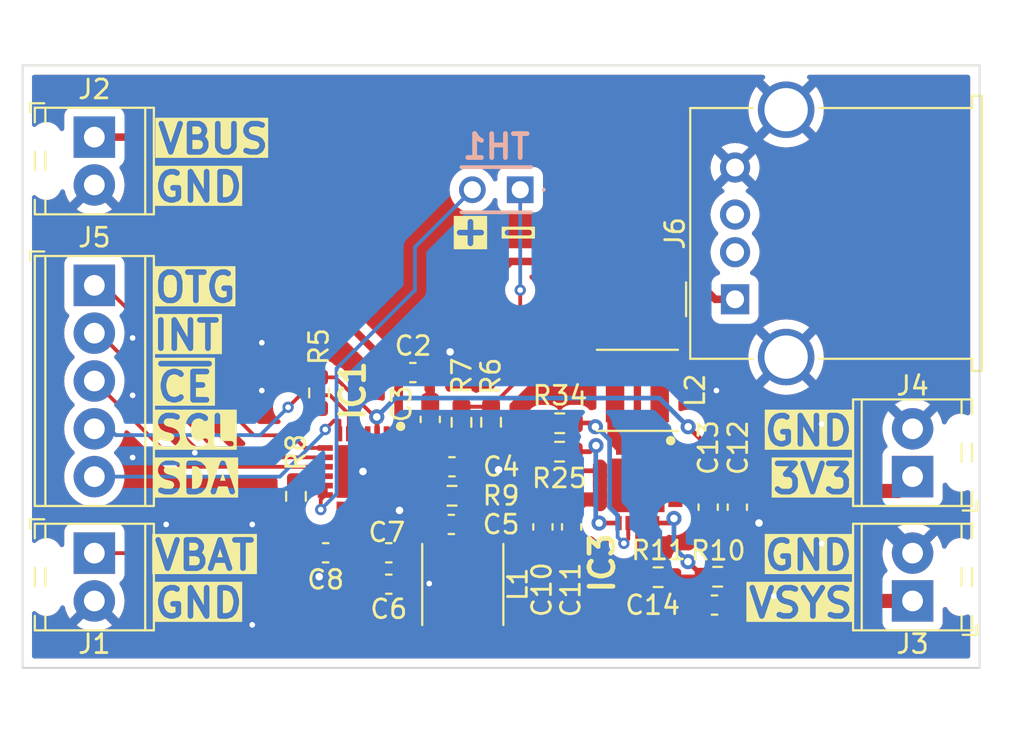
<source format=kicad_pcb>
(kicad_pcb (version 20240108) (generator "pcbnew") (generator_version "8.0")
  (layers (0 "F.Cu" signal) (31 "B.Cu" signal) (34 "B.Paste" user) (35 "F.Paste" user) (36 "B.SilkS" user "B.Silkscreen") (37 "F.SilkS" user "F.Silkscreen") (38 "B.Mask" user) (39 "F.Mask" user) (44 "Edge.Cuts" user))
  (net 0 "")
  (net 1 "GND")
  (net 2 "/V_{SYS}")
  (net 3 "+BATT")
  (net 4 "3.3V")
  (net 5 "/I2C0_SCL")
  (net 6 "/~{BMS_CE}")
  (net 7 "/TS_P")
  (net 8 "/BMS_OTG")
  (net 9 "/I2C0_SDA")
  (net 10 "/BMS_INT")
  (net 11 "/TS_N")
  (net 12 "unconnected-(IC1-PMID-Pad23)")
  (net 13 "unconnected-(IC1-REGN-Pad22)")
  (net 14 "Net-(IC1-SW_1)")
  (net 15 "unconnected-(IC3-FB-Pad15)")
  (net 16 "Net-(IC3-LX2_1)")
  (net 17 "Net-(IC3-LX1_1)")
  (net 18 "unconnected-(IC1-ILIM-Pad10)")
  (net 19 "Net-(C5-Pad1)")
  (net 20 "unconnected-(IC3-EN-Pad11)")
  (net 21 "unconnected-(IC3-MODE-Pad12)")
  (net 25 "Net-(IC1-BTST)")
  (net 28 "VBUS")
  (footprint "bms-smps-testbench:QFN50P400X400X100-21N_ISL91127IRNZ-T7A" (layer "F.Cu") (at 132.9814 92.9203 -90)
    (property "Reference" "IC3")
    (property "Value" "ISL91127IRNZ-T7A" (hide yes))
  )
  (footprint "TerminalBlock_Phoenix:TerminalBlock_Phoenix_MPT-0,5-2-2.54_1x02_P2.54mm_Horizontal" (layer "F.Cu") (at 104.14 74.422 -90)
    (property "Reference" "J2")
    (property "Value" "Screw_Terminal_01x02")
  )
  (footprint "TerminalBlock_Phoenix:TerminalBlock_Phoenix_MPT-0,5-2-2.54_1x02_P2.54mm_Horizontal" (layer "F.Cu") (at 147.574 92.456 90)
    (property "Reference" "J4")
    (property "Value" "Screw_Terminal_01x02")
  )
  (footprint "Capacitor_SMD:C_0603_1608Metric_Pad1.08x0.95mm_HandSolder" (layer "F.Cu") (at 121.9702 89.4174 90)
    (property "Reference" "C3")
    (property "Value" "1u")
  )
  (footprint "Resistor_SMD:R_0603_1608Metric" (layer "F.Cu") (at 123.6288 89.5716 90)
    (property "Reference" "R7")
    (property "Value" "2.27k")
  )
  (footprint "Capacitor_SMD:C_0603_1608Metric_Pad1.08x0.95mm_HandSolder" (layer "F.Cu") (at 137.0608 99.2779 180)
    (property "Reference" "C14")
    (property "Value" "56p")
  )
  (footprint "bms-smps-testbench:QFN50P400X400X100-25N-D_BQ24193RGER" (layer "F.Cu") (at 118.3984 92.183 -90)
    (property "Reference" "IC1")
    (property "Value" "BQ24193RGER" (hide yes))
  )
  (footprint "Resistor_SMD:R_0603_1608Metric" (layer "F.Cu") (at 114.8424 93.5038 -90)
    (property "Reference" "R8")
    (property "Value" "265R")
  )
  (footprint "Resistor_SMD:R_0603_1608Metric" (layer "F.Cu") (at 137.2277 97.7743 180)
    (property "Reference" "R10")
    (property "Value" "1M")
  )
  (footprint "Capacitor_SMD:C_0603_1608Metric_Pad1.08x0.95mm_HandSolder" (layer "F.Cu") (at 119.77 96.501 180)
    (property "Reference" "C7")
    (property "Value" "10u")
  )
  (footprint "Capacitor_SMD:C_0603_1608Metric_Pad1.08x0.95mm_HandSolder" (layer "F.Cu") (at 138.2708 94.0805 -90)
    (property "Reference" "C12")
    (property "Value" "22u")
  )
  (footprint "Resistor_SMD:R_0603_1608Metric" (layer "F.Cu") (at 123.127 93.472)
    (property "Reference" "R9")
    (property "Value" "0R")
  )
  (footprint "Capacitor_SMD:C_0603_1608Metric_Pad1.08x0.95mm_HandSolder" (layer "F.Cu") (at 116.4183 96.501 180)
    (property "Reference" "C8")
    (property "Value" "10u")
  )
  (footprint "Resistor_SMD:R_0603_1608Metric" (layer "F.Cu") (at 134.0676 97.798 180)
    (property "Reference" "R11")
    (property "Value" "2.2M")
  )
  (footprint "Resistor_SMD:R_0603_1608Metric" (layer "F.Cu") (at 116.0688 88.0076 -90)
    (property "Reference" "R5")
    (property "Value" "10k")
  )
  (footprint "TerminalBlock_Phoenix:TerminalBlock_Phoenix_MPT-0,5-5-2.54_1x05_P2.54mm_Horizontal" (layer "F.Cu") (at 104.14 82.296 -90)
    (property "Reference" "J5")
    (property "Value" "Screw_Terminal_01x05")
  )
  (footprint "Capacitor_SMD:C_0603_1608Metric_Pad1.08x0.95mm_HandSolder" (layer "F.Cu") (at 123.122 91.933 180)
    (property "Reference" "C4")
    (property "Value" "1uF")
  )
  (footprint "Inductor_SMD:L_Coilcraft_XxL4020" (layer "F.Cu") (at 132.9654 87.8723)
    (property "Reference" "L2")
    (property "Value" "1u")
  )
  (footprint "Resistor_SMD:R_0603_1608Metric" (layer "F.Cu") (at 128.8356 91.131)
    (property "Reference" "R25")
    (property "Value" "10k")
  )
  (footprint "Capacitor_SMD:C_0603_1608Metric_Pad1.08x0.95mm_HandSolder" (layer "F.Cu") (at 129.4746 95.1265 90)
    (property "Reference" "C11")
    (property "Value" "10u")
  )
  (footprint "Resistor_SMD:R_0603_1608Metric" (layer "F.Cu") (at 125.1998 89.5643 -90)
    (property "Reference" "R6")
    (property "Value" "6.86k")
  )
  (footprint "TerminalBlock_Phoenix:TerminalBlock_Phoenix_MPT-0,5-2-2.54_1x02_P2.54mm_Horizontal" (layer "F.Cu") (at 147.574 99.06 90)
    (property "Reference" "J3")
    (property "Value" "Screw_Terminal_01x02")
  )
  (footprint "Capacitor_SMD:C_0603_1608Metric_Pad1.08x0.95mm_HandSolder" (layer "F.Cu") (at 121.0478 86.9284)
    (property "Reference" "C2")
    (property "Value" "1u")
  )
  (footprint "TerminalBlock_Phoenix:TerminalBlock_Phoenix_MPT-0,5-2-2.54_1x02_P2.54mm_Horizontal" (layer "F.Cu") (at 104.14 96.52 -90)
    (property "Reference" "J1")
    (property "Value" "Screw_Terminal_01x02")
  )
  (footprint "Connector_USB:USB_A_Molex_67643_Horizontal" (layer "F.Cu") (at 138.15 83.036 90)
    (property "Reference" "J6")
    (property "Value" "USB_A")
  )
  (footprint "Capacitor_SMD:C_0603_1608Metric_Pad1.08x0.95mm_HandSolder" (layer "F.Cu") (at 136.723 94.0785 -90)
    (property "Reference" "C13")
    (property "Value" "22u" (hide yes))
  )
  (footprint "Inductor_SMD:L_Coilcraft_XxL4020" (layer "F.Cu") (at 123.698 98.1854 -90)
    (property "Reference" "L1")
    (property "Value" "2.2u")
  )
  (footprint "Capacitor_SMD:C_0603_1608Metric_Pad1.08x0.95mm_HandSolder" (layer "F.Cu") (at 123.0895 94.996 180)
    (property "Reference" "C5")
    (property "Value" "47n")
  )
  (footprint "Resistor_SMD:R_0603_1608Metric" (layer "F.Cu") (at 128.8438 89.6223 180)
    (property "Reference" "R34")
    (property "Value" "10k")
  )
  (footprint "Capacitor_SMD:C_0603_1608Metric_Pad1.08x0.95mm_HandSolder" (layer "F.Cu") (at 119.77 98.1686 180)
    (property "Reference" "C6")
    (property "Value" "10u")
  )
  (footprint "Capacitor_SMD:C_0603_1608Metric_Pad1.08x0.95mm_HandSolder" (layer "F.Cu") (at 127.9506 95.1265 90)
    (property "Reference" "C10")
    (property "Value" "10u")
  )
  (footprint "bms-smps-testbench:103AT2" (layer "B.Cu") (at 126.746 77.216 -90)
    (property "Reference" "TH1")
    (property "Value" "103AT-2" (hide yes))
  )
  (gr_line (start 151.13 70.612) (end 100.33 70.612) (stroke (width 0.1)) (layer "Edge.Cuts"))
  (gr_line (start 100.33 102.616) (end 100.33 70.612) (stroke (width 0.1)) (layer "Edge.Cuts"))
  (gr_line (start 151.13 102.616) (end 151.13 70.612) (stroke (width 0.1)) (layer "Edge.Cuts"))
  (gr_line (start 151.13 102.616) (end 100.33 102.616) (stroke (width 0.1)) (layer "Edge.Cuts"))
  (gr_text "INT" (at 107.114373 85.832 0) (layer "F.SilkS" knockout) (effects (font (size 1.5 1.5) (thickness 0.3) (bold yes)) (justify left bottom)))
  (gr_text "3V3" (at 139.994691 93.452 0) (layer "F.SilkS" knockout) (effects (font (size 1.5 1.5) (thickness 0.3) (bold yes)) (justify left bottom)))
  (gr_text "GND" (at 139.5599 90.912 0) (layer "F.SilkS" knockout) (effects (font (size 1.5 1.5) (thickness 0.3) (bold yes)) (justify left bottom)))
  (gr_text "VBAT" (at 107.188 97.516 0) (layer "F.SilkS" knockout) (effects (font (size 1.5 1.5) (thickness 0.3) (bold yes)) (justify left bottom)))
  (gr_text "GND" (at 107.188 100.056 0) (layer "F.SilkS" knockout) (effects (font (size 1.5 1.5) (thickness 0.3) (bold yes)) (justify left bottom)))
  (gr_text "~{CE}" (at 107.32573 88.572 0) (layer "F.SilkS" knockout) (effects (font (size 1.5 1.5) (thickness 0.3) (bold yes)) (justify left bottom)))
  (gr_text "-" (at 125.517429 80.264 0) (layer "F.SilkS" knockout) (effects (font (size 1.5 1.5) (thickness 0.3) (bold yes)) (justify left bottom)))
  (gr_text "VBUS" (at 107.352904 75.406598 0) (layer "F.SilkS" knockout) (effects (font (size 1.5 1.5) (thickness 0.3) (bold yes)) (justify left bottom)))
  (gr_text "OTG" (at 107.188 83.292 0) (layer "F.SilkS" knockout) (effects (font (size 1.5 1.5) (thickness 0.3) (bold yes)) (justify left bottom)))
  (gr_text "SDA" (at 107.189858 93.452 0) (layer "F.SilkS" knockout) (effects (font (size 1.5 1.5) (thickness 0.3) (bold yes)) (justify left bottom)))
  (gr_text "+" (at 122.977429 80.264 0) (layer "F.SilkS" knockout) (effects (font (size 1.5 1.5) (thickness 0.3) (bold yes)) (justify left bottom)))
  (gr_text "GND" (at 139.5599 97.516 0) (layer "F.SilkS" knockout) (effects (font (size 1.5 1.5) (thickness 0.3) (bold yes)) (justify left bottom)))
  (gr_text "VSYS" (at 138.726549 100.056 0) (layer "F.SilkS" knockout) (effects (font (size 1.5 1.5) (thickness 0.3) (bold yes)) (justify left bottom)))
  (gr_text "SCL" (at 107.189858 90.912 0) (layer "F.SilkS" knockout) (effects (font (size 1.5 1.5) (thickness 0.3) (bold yes)) (justify left bottom)))
  (gr_text "GND\n" (at 107.188 77.958 0) (layer "F.SilkS" knockout) (effects (font (size 1.5 1.5) (thickness 0.3) (bold yes)) (justify left bottom)))
  (segment (start 114.842 94.3288) (end 114.842 95.7876) (width 0.25) (layer "F.Cu") (net 1))
  (segment (start 121.92 87.2172) (end 121.92 88.738) (width 0.25) (layer "F.Cu") (net 1))
  (segment (start 135.245 96.0003) (end 133.227 96.0003) (width 0.75) (layer "F.Cu") (net 1))
  (segment (start 125.599 92.0938) (end 125.599 90.789) (width 0.25) (layer "F.Cu") (net 1))
  (segment (start 133.227 94.1066) (end 133.227 96.0003) (width 0.75) (layer "F.Cu") (net 1))
  (segment (start 133.2426 97.798) (end 132.224 97.798) (width 0.75) (layer "F.Cu") (net 1))
  (segment (start 130.415 95.989) (end 129.475 95.989) (width 0.75) (layer "F.Cu") (net 1))
  (segment (start 133.227 97.8264) (end 133.289 97.8882) (width 0.75) (layer "F.Cu") (net 1))
  (segment (start 125.599 92.0938) (end 123.984 92.0938) (width 0.25) (layer "F.Cu") (net 1))
  (segment (start 139.421 94.9203) (end 136.744 94.9203) (width 0.75) (layer "F.Cu") (net 1))
  (segment (start 132.224 97.798) (end 130.415 95.989) (width 0.75) (layer "F.Cu") (net 1))
  (segment (start 123.025 85.8301) (end 121.954 86.9008) (width 0.25) (layer "F.Cu") (net 1))
  (segment (start 120.632 98.1686) (end 120.6325 98.1686) (width 0.75) (layer "F.Cu") (net 1))
  (segment (start 120.338 94.2496) (end 119.373 94.2496) (width 0.75) (layer "F.Cu") (net 1))
  (segment (start 120.6325 98.1686) (end 122.048 98.1686) (width 0.75) (layer "F.Cu") (net 1))
  (segment (start 119.373 94.408) (end 119.4 94.4348) (width 0.75) (layer "F.Cu") (net 1))
  (segment (start 133.227 96.0003) (end 133.227 97.8264) (width 0.75) (layer "F.Cu") (net 1))
  (segment (start 135.667 95.9973) (end 135.248 95.9973) (width 0.75) (layer "F.Cu") (net 1))
  (segment (start 125.599 90.789) (end 125.2 90.3894) (width 0.25) (layer "F.Cu") (net 1))
  (segment (start 119.373 94.2496) (end 119.373 94.408) (width 0.75) (layer "F.Cu") (net 1))
  (segment (start 114.842 95.7876) (end 115.556 96.501) (width 0.25) (layer "F.Cu") (net 1))
  (segment (start 116.075 97.7708) (end 116.075 97.0206) (width 0.75) (layer "F.Cu") (net 1))
  (segment (start 133.243 97.798) (end 133.2426 97.798) (width 0.75) (layer "F.Cu") (net 1))
  (segment (start 119.4 95.2687) (end 120.632 96.501) (width 0.75) (layer "F.Cu") (net 1))
  (segment (start 136.744 94.9203) (end 135.667 95.9973) (width 0.75) (layer "F.Cu") (net 1))
  (segment (start 135.248 95.9973) (end 135.245 96.0003) (width 0.75) (layer "F.Cu") (net 1))
  (segment (start 119.4 94.4348) (end 119.4 95.2687) (width 0.75) (layer "F.Cu") (net 1))
  (segment (start 120.632 96.501) (end 120.632 98.1686) (width 0.75) (layer "F.Cu") (net 1))
  (segment (start 136.723 94.941) (end 138.269 94.941) (width 0.75) (layer "F.Cu") (net 1))
  (segment (start 116.075 97.0206) (end 115.556 96.501) (width 0.75) (layer "F.Cu") (net 1))
  (segment (start 132.981 94.9203) (end 132.981 90.9203) (width 0.3) (layer "F.Cu") (net 1))
  (segment (start 122.048 98.1686) (end 122.072 98.1454) (width 0.75) (layer "F.Cu") (net 1))
  (via (at 142.748 89.662) (size 0.6) (drill 0.3) (layers "F.Cu" "B.Cu") (net 1))
  (via (at 113.03 85.344) (size 0.6) (drill 0.3) (layers "F.Cu" "B.Cu") (net 1))
  (via (at 106.172 91.44) (size 0.6) (drill 0.3) (layers "F.Cu" "B.Cu") (net 1))
  (via (at 139.421 94.9203) (size 0.8) (drill 0.4) (layers "F.Cu" "B.Cu") (net 1))
  (via (at 118.398 92.1828) (size 0.8) (drill 0.4) (layers "F.Cu" "B.Cu") (net 1))
  (via (at 125.599 92.0938) (size 0.8) (drill 0.4) (layers "F.Cu" "B.Cu") (net 1))
  (via (at 109.474 91.186) (size 0.6) (drill 0.3) (layers "F.Cu" "B.Cu") (net 1))
  (via (at 106.172 85.09) (size 0.6) (drill 0.3) (layers "F.Cu" "B.Cu") (net 1))
  (via (at 113.03 87.884) (size 0.6) (drill 0.3) (layers "F.Cu" "B.Cu") (net 1))
  (via (at 142.748 96.012) (size 0.6) (drill 0.3) (layers "F.Cu" "B.Cu") (net 1))
  (via (at 116.075 97.7708) (size 0.8) (drill 0.4) (layers "F.Cu" "B.Cu") (net 1))
  (via (at 137.16 87.884) (size 0.6) (drill 0.3) (layers "F.Cu" "B.Cu") (net 1))
  (via (at 112.522 94.996) (size 0.6) (drill 0.3) (layers "F.Cu" "B.Cu") (net 1))
  (via (at 140.208 98.806) (size 0.6) (drill 0.3) (layers "F.Cu" "B.Cu") (net 1))
  (via (at 107.95 94.996) (size 0.6) (drill 0.3) (layers "F.Cu" "B.Cu") (net 1))
  (via (at 106.172 88.138) (size 0.6) (drill 0.3) (layers "F.Cu" "B.Cu") (net 1))
  (via (at 120.338 94.2496) (size 0.8) (drill 0.4) (layers "F.Cu" "B.Cu") (net 1))
  (via (at 112.522 100.33) (size 0.6) (drill 0.3) (layers "F.Cu" "B.Cu") (net 1))
  (via (at 123.025 85.8301) (size 0.8) (drill 0.4) (layers "F.Cu" "B.Cu") (net 1))
  (via (at 121.917 98.1366) (size 0.6) (drill 0.3) (layers "F.Cu" "B.Cu") (net 1))
  (segment (start 116.075 97.7708) (end 121.697 97.7708) (width 0.75) (layer "B.Cu") (net 1))
  (segment (start 145.9743 94.9203) (end 147.574 96.52) (width 0.85) (layer "B.Cu") (net 1))
  (segment (start 121.697 97.7708) (end 122.072 98.1454) (width 0.75) (layer "B.Cu") (net 1))
  (segment (start 139.421 94.9203) (end 145.9743 94.9203) (width 0.85) (layer "B.Cu") (net 1))
  (segment (start 130.8685 92.0329) (end 130.981 91.9203) (width 0.25) (layer "F.Cu") (net 2))
  (segment (start 123.906 99.3704) (end 123.906 99.3706) (width 0.2) (layer "F.Cu") (net 2))
  (segment (start 118.828 97.269) (end 118.907 97.269) (width 0.2) (layer "F.Cu") (net 2))
  (segment (start 130.981 92.4201) (end 130.981 92.4199) (width 0.2) (layer "F.Cu") (net 2))
  (segment (start 130.981 92.9199) (end 130.981 92.8892) (width 0.75) (layer "F.Cu") (net 2))
  (segment (start 125.374 100.838) (end 142.494 100.838) (width 0.75) (layer "F.Cu") (net 2))
  (segment (start 127.993 94.264) (end 127.951 94.264) (width 0.2) (layer "F.Cu") (net 2))
  (segment (start 130.981 92.7955) (end 130.981 92.7959) (width 0.2) (layer "F.Cu") (net 2))
  (segment (start 130.981 92.358) (end 130.981 92.2957) (width 0.75) (layer "F.Cu") (net 2))
  (segment (start 130.981 93.9047) (end 130.981 93.8892) (width 0.75) (layer "F.Cu") (net 2))
  (segment (start 128.011 90.6413) (end 128.011 90.1079) (width 0.25) (layer "F.Cu") (net 2))
  (segment (start 118.908 96.501) (end 118.9075 96.501) (width 0.2) (layer "F.Cu") (net 2))
  (segment (start 130.9814 93.1707) (end 130.9814 93.4203) (width 0.2) (layer "F.Cu") (net 2))
  (segment (start 129.025 92.1455) (end 130.756 92.1455) (width 0.25) (layer "F.Cu") (net 2))
  (segment (start 130.981 93.4822) (end 130.981 93.4512) (width 0.75) (layer "F.Cu") (net 2))
  (segment (start 118.4 94.1606) (end 118.4 94.183) (width 0.75) (layer "F.Cu") (net 2))
  (segment (start 118.9075 98.1686) (end 118.908 98.1686) (width 0.2) (layer "F.Cu") (net 2))
  (segment (start 118.1484 94.183) (end 118.148 94.183) (width 0.2) (layer "F.Cu") (net 2))
  (segment (start 130.981 93.7959) (end 130.981 93.7955) (width 0.75) (layer "F.Cu") (net 2))
  (segment (start 128.0188 89.861) (end 128.0188 89.6223) (width 0.2) (layer "F.Cu") (net 2))
  (segment (start 144.272 99.06) (end 147.574 99.06) (width 0.75) (layer "F.Cu") (net 2))
  (segment (start 118.4 94.183) (end 118.1484 94.183) (width 0.2) (layer "F.Cu") (net 2))
  (segment (start 130.981 93.1703) (end 130.981 93.0453) (width 0.75) (layer "F.Cu") (net 2))
  (segment (start 130.981 92.2953) (end 130.981 92.2957) (width 0.2) (layer "F.Cu") (net 2))
  (segment (start 126.654 97.8285) (end 126.654 95.5603) (width 0.75) (layer "F.Cu") (net 2))
  (segment (start 130.732 93.6695) (end 130.981 93.4203) (width 0.2) (layer "F.Cu") (net 2))
  (segment (start 128.019 89.8612) (end 128.019 89.6223) (width 0.2) (layer "F.Cu") (net 2))
  (segment (start 130.981 92.7959) (end 130.981 92.7955) (width 0.75) (layer "F.Cu") (net 2))
  (segment (start 130.981 93.6703) (end 130.981 93.5453) (width 0.75) (layer "F.Cu") (net 2))
  (segment (start 130.981 92.0138) (end 130.981 92.0134) (width 0.2) (layer "F.Cu") (net 2))
  (segment (start 130.8685 92.0329) (end 130.8688 92.0329) (width 0.2) (layer "F.Cu") (net 2))
  (segment (start 130.981 93.7955) (end 130.981 93.6707) (width 0.75) (layer "F.Cu") (net 2))
  (segment (start 130.981 92.2957) (end 130.981 92.358) (width 0.2) (layer "F.Cu") (net 2))
  (segment (start 124.509 99.9733) (end 125.374 100.838) (width 0.75) (layer "F.Cu") (net 2))
  (segment (start 118.907 97.9757) (end 118.907 97.7828) (width 0.25) (layer "F.Cu") (net 2))
  (segment (start 124.509 99.9733) (end 125.112 99.3704) (width 0.2) (layer "F.Cu") (net 2))
  (segment (start 130.981 92.3584) (end 130.981 92.3893) (width 0.2) (layer "F.Cu") (net 2))
  (segment (start 118.4 94.183) (end 118.4 95.9935) (width 0.75) (layer "F.Cu") (net 2))
  (segment (start 130.981 93.4826) (end 130.981 93.4822) (width 0.75) (layer "F.Cu") (net 2))
  (segment (start 130.981 93.1703) (end 130.9814 93.1707) (width 0.2) (layer "F.Cu") (net 2))
  (segment (start 130.981 93.0453) (end 130.981 92.9203) (width 0.75) (layer "F.Cu") (net 2))
  (segment (start 130.981 92.4201) (end 130.9812 92.4201) (width 0.2) (layer "F.Cu") (net 2))
  (segment (start 128.011 90.7715) (end 128.011 90.9009) (width 0.2) (layer "F.Cu") (net 2))
  (segment (start 130.981 93.4826) (end 130.981 93.4822) (width 0.2) (layer "F.Cu") (net 2))
  (segment (start 130.981 93.5449) (end 130.981 93.4826) (width 0.75) (layer "F.Cu") (net 2))
  (segment (start 127.951 94.264) (end 127.951 94.2642) (width 0.2) (layer "F.Cu") (net 2))
  (segment (start 118.828 98.0569) (end 120.141 99.3704) (width 0.75) (layer "F.Cu") (net 2))
  (segment (start 130.981 93.9047) (end 130.9814 93.9051) (width 0.2) (layer "F.Cu") (net 2))
  (segment (start 118.828 96.4812) (end 118.828 97.269) (width 0.75) (layer "F.Cu") (net 2))
  (segment (start 128.011 90.6413) (end 127.782 90.8703) (width 0.2) (layer "F.Cu") (net 2))
  (segment (start 129.475 94.264) (end 130.069 93.6695) (width 0.75) (layer "F.Cu") (net 2))
  (segment (start 118.907 97.7828) (end 118.907 97.9757) (width 0.75) (layer "F.Cu") (net 2))
  (segment (start 118.907 98.1681) (end 118.907 98.0721) (width 0.2) (layer "F.Cu") (net 2))
  (segment (start 130.981 93.5449) (end 130.981 93.4826) (width 0.2) (layer "F.Cu") (net 2))
  (segment (start 125.112 99.3704) (end 126.654 97.8285) (width 0.75) (layer "F.Cu") (net 2))
  (segment (start 130.981 93.4512) (end 130.981 93.4203) (width 0.75) (layer "F.Cu") (net 2))
  (segment (start 130.981 92.0134) (end 130.981 91.9668) (width 0.75) (layer "F.Cu") (net 2))
  (segment (start 130.981 92.6703) (end 130.981 92.6707) (width 0.2) (layer "F.Cu") (net 2))
  (segment (start 130.981 92.6703) (end 130.981 92.4203) (width 0.75) (layer "F.Cu") (net 2))
  (segment (start 130.981 92.1078) (end 130.981 92.1074) (width 0.75) (layer "F.Cu") (net 2))
  (segment (start 120.141 99.3704) (end 123.698 99.3704) (width 0.75) (layer "F.Cu") (net 2))
  (segment (start 128.011 90.7715) (end 128.011 90.7711) (width 0.25) (layer "F.Cu") (net 2))
  (segment (start 130.981 92.4199) (end 130.981 92.3893) (width 0.75) (layer "F.Cu") (net 2))
  (segment (start 128.011 90.9009) (end 128.011 91.131) (width 0.2) (layer "F.Cu") (net 2))
  (segment (start 128.011 91.131) (end 128.518 91.6382) (width 0.25) (layer "F.Cu") (net 2))
  (segment (start 118.907 97.9757) (end 118.907 98.0721) (width 0.75) (layer "F.Cu") (net 2))
  (segment (start 130.9814 93.9051) (end 130.9814 93.9203) (width 0.2) (layer "F.Cu") (net 2))
  (segment (start 130.981 92.0134) (end 130.981 91.9668) (width 0.2) (layer "F.Cu") (net 2))
  (segment (start 128.019 89.8612) (end 128.0188 89.861) (width 0.2) (layer "F.Cu") (net 2))
  (segment (start 130.981 93.8892) (end 130.981 93.8581) (width 0.75) (layer "F.Cu") (net 2))
  (segment (start 123.906 99.3706) (end 124.509 99.9733) (width 0.75) (layer "F.Cu") (net 2))
  (segment (start 130.981 92.1078) (end 130.981 92.1074) (width 0.2) (layer "F.Cu") (net 2))
  (segment (start 118.648 94.183) (end 118.6484 94.183) (width 0.2) (layer "F.Cu") (net 2))
  (segment (start 130.981 92.3893) (end 130.981 92.3584) (width 0.75) (layer "F.Cu") (net 2))
  (segment (start 128.518 91.6382) (end 128.5178 91.6382) (width 0.2) (layer "F.Cu") (net 2))
  (segment (start 127.951 94.2642) (end 127.951 94.264) (width 0.75) (layer "F.Cu") (net 2))
  (segment (start 118.9075 96.501) (end 118.907 96.501) (width 0.2) (layer "F.Cu") (net 2))
  (segment (start 130.981 93.5453) (end 130.981 93.5449) (width 0.2) (layer "F.Cu") (net 2))
  (segment (start 130.981 93.9203) (end 130.981 93.9047) (width 0.75) (layer "F.Cu") (net 2))
  (segment (start 130.981 93.8581) (end 130.981 93.8892) (width 0.2) (layer "F.Cu") (net 2))
  (segment (start 126.654 95.5603) (end 127.951 94.2642) (width 0.75) (layer "F.Cu") (net 2))
  (segment (start 118.648 94.183) (end 118.4 94.183) (width 0.2) (layer "F.Cu") (net 2))
  (segment (start 130.981 93.7959) (end 130.981 93.8581) (width 0.2) (layer "F.Cu") (net 2))
  (segment (start 130.981 92.4203) (end 130.981 92.4201) (width 0.2) (layer "F.Cu") (net 2))
  (segment (start 130.981 93.5453) (end 130.981 93.5449) (width 0.75) (layer "F.Cu") (net 2))
  (segment (start 130.981 93.6707) (end 130.981 93.6703) (width 0.75) (layer "F.Cu") (net 2))
  (segment (start 130.9812 92.4201) (end 130.9814 92.4203) (width 0.2) (layer "F.Cu") (net 2))
  (segment (start 130.981 92.358) (end 130.981 92.3584) (width 0.2) (layer "F.Cu") (net 2))
  (segment (start 128.5178 91.6382) (end 128.0106 91.131) (width 0.2) (layer "F.Cu") (net 2))
  (segment (start 130.981 93.7955) (end 130.981 93.7959) (width 0.2) (layer "F.Cu") (net 2))
  (segment (start 118.908 98.1686) (end 118.907 98.1681) (width 0.2) (layer "F.Cu") (net 2))
  (segment (start 130.981 92.1074) (end 130.981 92.0138) (width 0.75) (layer "F.Cu") (net 2))
  (segment (start 130.981 93.0453) (end 130.9814 93.0449) (width 0.2) (layer "F.Cu") (net 2))
  (segment (start 130.8688 92.0329) (end 130.9814 91.9203) (width 0.2) (layer "F.Cu") (net 2))
  (segment (start 130.981 92.1074) (end 130.981 92.0138) (width 0.2) (layer "F.Cu") (net 2))
  (segment (start 130.981 92.7955) (end 130.981 92.6707) (width 0.75) (layer "F.Cu") (net 2))
  (segment (start 130.981 93.6707) (end 130.981 93.7955) (width 0.2) (layer "F.Cu") (net 2))
  (segment (start 130.981 92.3584) (end 130.981 92.358) (width 0.75) (layer "F.Cu") (net 2))
  (segment (start 130.981 92.4201) (end 130.981 92.4199) (width 0.75) (layer "F.Cu") (net 2))
  (segment (start 130.981 92.2957) (end 130.981 92.2953) (width 0.75) (layer "F.Cu") (net 2))
  (segment (start 128.011 90.9009) (end 128.011 90.7715) (width 0.25) (layer "F.Cu") (net 2))
  (segment (start 142.494 100.838) (end 144.272 99.06) (width 0.75) (layer "F.Cu") (net 2))
  (segment (start 130.981 93.4203) (end 130.981 93.1703) (width 0.75) (layer "F.Cu") (net 2))
  (segment (start 130.732 93.6695) (end 130.98 93.6695) (width 0.75) (layer "F.Cu") (net 2))
  (segment (start 130.981 92.4203) (end 130.981 92.4201) (width 0.75) (layer "F.Cu") (net 2))
  (segment (start 130.981 92.7959) (end 130.981 92.8581) (width 0.2) (layer "F.Cu") (net 2))
  (segment (start 118.828 97.269) (end 118.828 98.0569) (width 0.75) (layer "F.Cu") (net 2))
  (segment (start 130.981 92.8581) (end 130.981 92.8892) (width 0.2) (layer "F.Cu") (net 2))
  (segment (start 128.019 90.1001) (end 128.019 89.8612) (width 0.2) (layer "F.Cu") (net 2))
  (segment (start 130.981 93.8581) (end 130.981 93.7959) (width 0.75) (layer "F.Cu") (net 2))
  (segment (start 128.011 90.7711) (end 128.011 90.7715) (width 0.2) (layer "F.Cu") (net 2))
  (segment (start 130.981 93.4822) (end 130.981 93.4512) (width 0.2) (layer "F.Cu") (net 2))
  (segment (start 130.981 92.2953) (end 130.981 92.1078) (width 0.75) (layer "F.Cu") (net 2))
  (segment (start 127.951 94.264) (end 127.9506 94.264) (width 0.2) (layer "F.Cu") (net 2))
  (segment (start 118.4 95.9935) (end 118.907 96.501) (width 0.75) (layer "F.Cu") (net 2))
  (segment (start 128.011 90.1079) (end 128.011 89.8341) (width 0.25) (layer "F.Cu") (net 2))
  (segment (start 128.011 90.7711) (end 128.011 90.6413) (width 0.25) (layer "F.Cu") (net 2))
  (segment (start 130.981 92.8581) (end 130.981 92.7959) (width 0.75) (layer "F.Cu") (net 2))
  (segment (start 129.4746 94.264) (end 129.475 94.264) (width 0.75) (layer "F.Cu") (net 2))
  (segment (start 130.069 93.6695) (end 130.732 93.6695) (width 0.75) (layer "F.Cu") (net 2))
  (segment (start 130.981 93.6703) (end 130.981 93.6707) (width 0.2) (layer "F.Cu") (net 2))
  (segment (start 130.9814 93.0449) (end 130.9814 92.9203) (width 0.2) (layer "F.Cu") (net 2))
  (segment (start 127.993 94.264) (end 129.4746 94.264) (width 0.75) (layer "F.Cu") (net 2))
  (segment (start 130.981 92.8892) (end 130.981 92.8581) (width 0.75) (layer "F.Cu") (net 2))
  (segment (start 130.981 92.9203) (end 130.981 92.9199) (width 0.2) (layer "F.Cu") (net 2))
  (segment (start 130.981 92.6707) (end 130.981 92.7955) (width 0.2) (layer "F.Cu") (net 2))
  (segment (start 130.981 92.6707) (end 130.981 92.6703) (width 0.75) (layer "F.Cu") (net 2))
  (segment (start 130.981 92.9203) (end 130.981 92.9199) (width 0.75) (layer "F.Cu") (net 2))
  (segment (start 128.518 91.6382) (end 129.025 92.1455) (width 0.25) (layer "F.Cu") (net 2))
  (segment (start 118.907 97.269) (end 118.907 97.7828) (width 0.75) (layer "F.Cu") (net 2))
  (segment (start 123.698 99.3704) (end 123.906 99.3704) (width 0.75) (layer "F.Cu") (net 2))
  (segment (start 130.981 92.0138) (end 130.981 92.0134) (width 0.75) (layer "F.Cu") (net 2))
  (segment (start 130.981 91.9668) (end 130.981 91.9203) (width 0.75) (layer "F.Cu") (net 2))
  (segment (start 118.907 96.501) (end 118.907 97.269) (width 0.75) (layer "F.Cu") (net 2))
  (segment (start 128.011 90.1079) (end 128.019 90.1001) (width 0.2) (layer "F.Cu") (net 2))
  (segment (start 130.756 92.1455) (end 130.8685 92.0329) (width 0.25) (layer "F.Cu") (net 2))
  (segment (start 117.648 94.183) (end 117.398 94.183) (width 0.2) (layer "F.Cu") (net 3))
  (segment (start 117.281 96.501) (end 117.281 96.7794) (width 0.2) (layer "F.Cu") (net 3))
  (segment (start 117.1484 94.183) (end 117.148 94.183) (width 0.2) (layer "F.Cu") (net 3))
  (segment (start 117.369 96.4128) (end 117.325 96.4569) (width 0.2) (layer "F.Cu") (net 3))
  (segment (start 106.304 96.52) (end 108.273 98.4894) (width 0.2) (layer "F.Cu") (net 3))
  (segment (start 117.6484 94.183) (end 117.648 94.183) (width 0.2) (layer "F.Cu") (net 3))
  (segment (start 117.3249 96.4569) (end 117.2808 96.501) (width 0.2) (layer "F.Cu") (net 3))
  (segment (start 117.281 96.7794) (end 117.281 97.1972) (width 0.2) (layer "F.Cu") (net 3))
  (segment (start 104.14 95.758) (end 104.14 96.52) (width 0.2) (layer "F.Cu") (net 3))
  (segment (start 108.273 98.4894) (end 116.406 98.4894) (width 0.2) (layer "F.Cu") (net 3))
  (segment (start 117.281 97.1972) (end 117.281 96.7794) (width 0.2) (layer "F.Cu") (net 3))
  (segment (start 117.325 96.4569) (end 117.281 96.501) (width 0.2) (layer "F.Cu") (net 3))
  (segment (start 117.281 97.615) (end 117.281 97.1972) (width 0.2) (layer "F.Cu") (net 3))
  (segment (start 117.398 96.3834) (end 117.369 96.4128) (width 0.8) (layer "F.Cu") (net 3))
  (segment (start 104.14 96.52) (end 106.304 96.52) (width 0.2) (layer "F.Cu") (net 3))
  (segment (start 117.325 96.4569) (end 117.3249 96.4569) (width 0.2) (layer "F.Cu") (net 3))
  (segment (start 117.398 94.183) (end 117.1484 94.183) (width 0.2) (layer "F.Cu") (net 3))
  (segment (start 117.398 94.183) (end 117.398 96.3834) (width 0.8) (layer "F.Cu") (net 3))
  (segment (start 117.369 96.4128) (end 117.34 96.4422) (width 0.8) (layer "F.Cu") (net 3))
  (segment (start 116.406 98.4894) (end 117.281 97.615) (width 0.2) (layer "F.Cu") (net 3))
  (segment (start 134.981 92.8898) (end 134.981 92.905) (width 0.2) (layer "F.Cu") (net 4))
  (segment (start 137.923 99.1961) (end 137.923 98.9499) (width 0.75) (layer "F.Cu") (net 4))
  (segment (start 134.981 93.4197) (end 134.981 93.4199) (width 0.2) (layer "F.Cu") (net 4))
  (segment (start 134.981 93.4199) (end 135.094 93.3076) (width 0.2) (layer "F.Cu") (net 4))
  (segment (start 134.981 92.8894) (end 134.981 92.8898) (width 0.2) (layer "F.Cu") (net 4))
  (segment (start 134.981 92.6703) (end 134.981 92.6707) (width 0.75) (layer "F.Cu") (net 4))
  (segment (start 134.981 92.2957) (end 134.981 92.358) (width 0.75) (layer "F.Cu") (net 4))
  (segment (start 134.981 92.8585) (end 134.981 92.8894) (width 0.2) (layer "F.Cu") (net 4))
  (segment (start 134.981 92.8581) (end 134.981 92.8585) (width 0.75) (layer "F.Cu") (net 4))
  (segment (start 119.148 89.7949) (end 119.148 90.183) (width 0.2) (layer "F.Cu") (net 4))
  (segment (start 140.445 94.0589) (end 139.608 93.2215) (width 0.75) (layer "F.Cu") (net 4))
  (segment (start 134.9814 91.9203) (end 134.981 91.9203) (width 0.75) (layer "F.Cu") (net 4))
  (segment (start 134.981 92.7959) (end 134.981 92.8581) (width 0.75) (layer "F.Cu") (net 4))
  (segment (start 134.981 92.905) (end 134.981 92.9203) (width 0.2) (layer "F.Cu") (net 4))
  (segment (start 134.981 92.2953) (end 134.981 92.2957) (width 0.75) (layer "F.Cu") (net 4))
  (segment (start 134.981 92.5449) (end 134.981 92.5453) (width 0.75) (layer "F.Cu") (net 4))
  (segment (start 134.981 92.905) (end 134.981 92.9203) (width 0.75) (layer "F.Cu") (net 4))
  (segment (start 134.981 92.6707) (end 134.981 92.7955) (width 0.2) (layer "F.Cu") (net 4))
  (segment (start 134.981 92.8898) (end 134.981 92.905) (width 0.2) (layer "F.Cu") (net 4))
  (segment (start 137.923 99.237) (end 137.923 99.1961) (width 0.2) (layer "F.Cu") (net 4))
  (segment (start 134.981 92.2953) (end 134.981 92.2957) (width 0.2) (layer "F.Cu") (net 4))
  (segment (start 138.248 93.1953) (end 136.723 93.1953) (width 0.75) (layer "F.Cu") (net 4))
  (segment (start 134.981 92.2957) (end 134.981 92.358) (width 0.2) (layer "F.Cu") (net 4))
  (segment (start 134.981 93.4199) (end 134.981 93.4201) (width 0.2) (layer "F.Cu") (net 4))
  (segment (start 134.981 92.3584) (end 134.981 92.3893) (width 0.75) (layer "F.Cu") (net 4))
  (segment (start 134.981 92.7959) (end 134.981 92.8581) (width 0.2) (layer "F.Cu") (net 4))
  (segment (start 136.523 93.218) (end 136.725 93.218) (width 0.75) (layer "F.Cu") (net 4))
  (segment (start 138.084 97.8054) (end 138.084 97.8053) (width 0.75) (layer "F.Cu") (net 4))
  (segment (start 139.604 93.218) (end 146.812 93.218) (width 0.75) (layer "F.Cu") (net 4))
  (segment (start 136.973 91.9203) (end 134.9814 91.9203) (width 0.75) (layer "F.Cu") (net 4))
  (segment (start 134.981 92.7955) (end 134.981 92.7959) (width 0.75) (layer "F.Cu") (net 4))
  (segment (start 134.981 92.905) (end 134.9814 92.9054) (width 0.2) (layer "F.Cu") (net 4))
  (segment (start 136.725 93.218) (end 138.2708 93.218) (width 0.75) (layer "F.Cu") (net 4))
  (segment (start 134.981 92.6707) (end 134.981 92.7955) (width 0.75) (layer "F.Cu") (net 4))
  (segment (start 134.981 92.3584) (end 134.981 92.3893) (width 0.2) (layer "F.Cu") (net 4))
  (segment (start 135.206 93.1953) (end 134.981 93.1953) (width 0.75) (layer "F.Cu") (net 4))
  (segment (start 138.2708 93.218) (end 138.271 93.218) (width 0.75) (layer "F.Cu") (net 4))
  (segment (start 139.604 93.218) (end 139.608 93.2215) (width 0.2) (layer "F.Cu") (net 4))
  (segment (start 134.981 92.7955) (end 134.981 92.7959) (width 0.2) (layer "F.Cu") (net 4))
  (segment (start 138.053 97.7743) (end 138.084 97.8053) (width 0.2) (layer "F.Cu") (net 4))
  (segment (start 134.9814 92.3897) (end 134.9814 92.4203) (width 0.2) (layer "F.Cu") (net 4))
  (segment (start 134.981 92.3584) (end 134.981 92.3893) (width 0.2) (layer "F.Cu") (net 4))
  (segment (start 119.148 89.7945) (end 119.148 89.7949) (width 0.2) (layer "F.Cu") (net 4))
  (segment (start 134.981 93.1953) (end 134.981 92.9491) (width 0.75) (layer "F.Cu") (net 4))
  (segment (start 137.923 98.6217) (end 137.923 97.9656) (width 0.75) (layer "F.Cu") (net 4))
  (segment (start 146.812 93.218) (end 147.574 92.456) (width 0.75) (layer "F.Cu") (net 4))
  (segment (start 136.973 91.1198) (end 136.973 91.9203) (width 0.25) (layer "F.Cu") (net 4))
  (segment (start 138.271 93.218) (end 136.973 91.9203) (width 0.75) (layer "F.Cu") (net 4))
  (segment (start 134.981 92.3893) (end 134.9814 92.3897) (width 0.2) (layer "F.Cu") (net 4))
  (segment (start 134.9814 92.9054) (end 134.9814 92.9203) (width 0.2) (layer "F.Cu") (net 4))
  (segment (start 137.9233 99.2373) (end 137.9233 99.2779) (width 0.2) (layer "F.Cu") (net 4))
  (segment (start 134.981 92.5453) (end 134.981 92.6703) (width 0.75) (layer "F.Cu") (net 4))
  (segment (start 137.923 98.622) (end 137.923 98.6217) (width 0.75) (layer "F.Cu") (net 4))
  (segment (start 116.924 87.1826) (end 119.025 89.2831) (width 0.2) (layer "F.Cu") (net 4))
  (segment (start 135.661 89.8073) (end 136.973 91.1198) (width 0.25) (layer "F.Cu") (net 4))
  (segment (start 136.725 93.218) (end 136.723 93.216) (width 0.2) (layer "F.Cu") (net 4))
  (segment (start 137.923 98.9499) (end 137.923 98.622) (width 0.75) (layer "F.Cu") (net 4))
  (segment (start 135.094 93.3076) (end 134.981 93.4197) (width 0.2) (layer "F.Cu") (net 4))
  (segment (start 134.981 92.8894) (end 134.981 92.8898) (width 0.2) (layer "F.Cu") (net 4))
  (segment (start 134.981 92.905) (end 134.981 92.9203) (width 0.2) (layer "F.Cu") (net 4))
  (segment (start 134.981 92.358) (end 134.981 92.3584) (width 0.2) (layer "F.Cu") (net 4))
  (segment (start 137.923 98.6217) (end 137.923 98.622) (width 0.2) (layer "F.Cu") (net 4))
  (segment (start 119.148 89.4061) (end 119.148 89.7945) (width 0.25) (layer "F.Cu") (net 4))
  (segment (start 134.981 92.9491) (end 135.004 92.9262) (width 0.75) (layer "F.Cu") (net 4))
  (segment (start 134.981 92.8894) (end 134.981 92.8898) (width 0.75) (layer "F.Cu") (net 4))
  (segment (start 140.445 95.4439) (end 140.445 94.0589) (width 0.75) (layer "F.Cu") (net 4))
  (segment (start 138.084 97.8053) (end 138.084 97.8051) (width 0.75) (layer "F.Cu") (net 4))
  (segment (start 138.084 97.8051) (end 140.445 95.4439) (width 0.75) (layer "F.Cu") (net 4))
  (segment (start 119.148 89.7949) (end 119.148 90.183) (width 0.25) (layer "F.Cu") (net 4))
  (segment (start 136.723 93.216) (end 136.723 93.1953) (width 0.2) (layer "F.Cu") (net 4))
  (segment (start 134.981 92.6703) (end 134.981 92.6707) (width 0.2) (layer "F.Cu") (net 4))
  (segment (start 134.981 92.5449) (end 134.981 92.4203) (width 0.2) (layer "F.Cu") (net 4))
  (segment (start 134.981 92.3893) (end 134.981 92.4203) (width 0.2) (layer "F.Cu") (net 4))
  (segment (start 134.981 92.358) (end 134.981 92.3584) (width 0.75) (layer "F.Cu") (net 4))
  (segment (start 134.981 93.4201) (end 134.9812 93.4201) (width 0.2) (layer "F.Cu") (net 4))
  (segment (start 134.981 92.8898) (end 134.981 92.905) (width 0.75) (layer "F.Cu") (net 4))
  (segment (start 119.13 89.2831) (end 119.025 89.2831) (width 0.25) (layer "F.Cu") (net 4))
  (segment (start 119.025 89.2831) (end 119.148 89.4061) (width 0.25) (layer "F.Cu") (net 4))
  (segment (start 137.923 98.622) (end 137.923 98.9499) (width 0.2) (layer "F.Cu") (net 4))
  (segment (start 137.923 99.237) (end 137.9233 99.2373) (width 0.2) (layer "F.Cu") (net 4))
  (segment (start 134.981 92.8585) (end 134.981 92.8894) (width 0.75) (layer "F.Cu") (net 4))
  (segment (start 135.094 93.3076) (end 135.206 93.1953) (width 0.2) (layer "F.Cu") (net 4))
  (segment (start 134.981 92.4203) (end 134.981 92.5449) (width 0.75) (layer "F.Cu") (net 4))
  (segment (start 134.981 91.9203) (end 134.981 92.2953) (width 0.75) (layer "F.Cu") (net 4))
  (segment (start 138.271 93.218) (end 139.604 93.218) (width 0.75) (layer "F.Cu") (net 4))
  (segment (start 134.981 92.5453) (end 134.981 92.5449) (width 0.2) (layer "F.Cu") (net 4))
  (segment (start 134.981 92.8581) (end 134.981 92.8585) (width 0.2) (layer "F.Cu") (net 4))
  (segment (start 134.981 93.4201) (end 134.981 93.4203) (width 0.2) (layer "F.Cu") (net 4))
  (segment (start 137.923 97.9656) (end 138.084 97.8054) (width 0.75) (layer "F.Cu") (net 4))
  (segment (start 138.0527 97.7743) (end 138.053 97.7743) (width 0.2) (layer "F.Cu") (net 4))
  (segment (start 116.069 87.1826) (end 116.0688 87.1826) (width 0.2) (layer "F.Cu") (net 4))
  (segment (start 119.148 89.7945) (end 119.148 89.7949) (width 0.25) (layer "F.Cu") (net 4))
  (segment (start 134.981 92.3893) (end 134.981 92.4203) (width 0.2) (layer "F.Cu") (net 4))
  (segment (start 116.069 87.1826) (end 116.924 87.1826) (width 0.2) (layer "F.Cu") (net 4))
  (segment (start 134.981 92.358) (end 134.981 92.3584) (width 0.2) (layer "F.Cu") (net 4))
  (segment (start 119.1484 90.183) (end 119.148 90.183) (width 0.2) (layer "F.Cu") (net 4))
  (segment (start 136.723 93.1953) (end 135.206 93.1953) (width 0.75) (layer "F.Cu") (net 4))
  (segment (start 137.923 99.2779) (end 137.923 99.237) (width 0.2) (layer "F.Cu") (net 4))
  (segment (start 134.981 92.3893) (end 134.981 92.4203) (width 0.75) (layer "F.Cu") (net 4))
  (segment (start 138.084 97.8053) (end 138.084 97.8054) (width 0.2) (layer "F.Cu") (net 4))
  (segment (start 134.9812 93.4201) (end 134.9814 93.4203) (width 0.2) (layer "F.Cu") (net 4))
  (via (at 119.13 89.2831) (size 0.8) (drill 0.4) (layers "F.Cu" "B.Cu") (net 4))
  (via (at 135.661 89.8073) (size 0.8) (drill 0.4) (layers "F.Cu" "B.Cu") (net 4))
  (segment (start 135.661 89.8073) (end 134.136 88.283) (width 0.25) (layer "B.Cu") (net 4))
  (segment (start 120.13 88.283) (end 119.13 89.2831) (width 0.25) (layer "B.Cu") (net 4))
  (segment (start 134.136 88.283) (end 120.13 88.283) (width 0.25) (layer "B.Cu") (net 4))
  (segment (start 117.6484 89.1358) (end 117.6484 90.183) (width 0.2) (layer "F.Cu") (net 5))
  (segment (start 115.06345 88.1326) (end 116.6452 88.1326) (width 0.2) (layer "F.Cu") (net 5))
  (segment (start 116.6452 88.1326) (end 117.6484 89.1358) (width 0.2) (layer "F.Cu") (net 5))
  (segment (start 114.425025 88.771025) (end 115.06345 88.1326) (width 0.2) (layer "F.Cu") (net 5))
  (via (at 114.425025 88.771025) (size 0.6) (drill 0.3) (layers "F.Cu" "B.Cu") (net 5))
  (segment (start 105.283 90.2512) (end 104.544 89.5122) (width 0.2) (layer "B.Cu") (net 5))
  (segment (start 114.425025 88.771025) (end 112.94485 90.2512) (width 0.2) (layer "B.Cu") (net 5))
  (segment (start 104.544 89.5122) (end 104.14 89.916) (width 0.2) (layer "B.Cu") (net 5))
  (segment (start 112.94485 90.2512) (end 105.283 90.2512) (width 0.2) (layer "B.Cu") (net 5))
  (segment (start 108.697 91.933) (end 104.14 87.376) (width 0.2) (layer "F.Cu") (net 6))
  (segment (start 116.3984 91.933) (end 108.697 91.933) (width 0.2) (layer "F.Cu") (net 6))
  (segment (start 116.398 92.9482) (end 116.398 92.9406) (width 0.2) (layer "F.Cu") (net 7))
  (segment (start 116.398 93.058) (end 116.398 93.0576) (width 0.2) (layer "F.Cu") (net 7))
  (segment (start 116.398 92.9949) (end 116.398 92.9639) (width 0.2) (layer "F.Cu") (net 7))
  (segment (start 116.398 92.9556) (end 116.398 92.9482) (width 0.2) (layer "F.Cu") (net 7))
  (segment (start 116.398 93.2459) (end 116.398 93.3394) (width 0.25) (layer "F.Cu") (net 7))
  (segment (start 116.398 93.3394) (end 116.398 93.3398) (width 0.2) (layer "F.Cu") (net 7))
  (segment (start 116.398 93.3864) (end 116.398 93.4099) (width 0.25) (layer "F.Cu") (net 7))
  (segment (start 116.398 92.956) (end 116.398 92.9556) (width 0.2) (layer "F.Cu") (net 7))
  (segment (start 116.278 93.5532) (end 116.398 93.433) (width 0.2) (layer "F.Cu") (net 7))
  (segment (start 116.158 93.6734) (end 116.278 93.5532) (width 0.2) (layer "F.Cu") (net 7))
  (segment (start 116.398 92.9406) (end 116.3984 92.9402) (width 0.2) (layer "F.Cu") (net 7))
  (segment (start 116.398 93.3394) (end 116.398 93.3398) (width 0.25) (layer "F.Cu") (net 7))
  (segment (start 116.398 92.9953) (end 116.398 93.0576) (width 0.25) (layer "F.Cu") (net 7))
  (segment (start 116.398 93.2455) (end 116.398 93.2459) (width 0.2) (layer "F.Cu") (net 7))
  (segment (start 116.398 93.4214) (end 116.398 93.4099) (width 0.2) (layer "F.Cu") (net 7))
  (segment (start 116.398 92.9482) (end 116.398 92.9556) (width 0.25) (layer "F.Cu") (net 7))
  (segment (start 116.398 92.9949) (end 116.398 92.9953) (width 0.25) (layer "F.Cu") (net 7))
  (segment (start 116.398 92.9639) (end 116.398 92.9949) (width 0.25) (layer "F.Cu") (net 7))
  (segment (start 116.278 93.5532) (end 116.398 93.433) (width 0.2) (layer "F.Cu") (net 7))
  (segment (start 116.398 92.9556) (end 116.398 92.956) (width 0.25) (layer "F.Cu") (net 7))
  (segment (start 116.398 93.2459) (end 116.398 93.3394) (width 0.2) (layer "F.Cu") (net 7))
  (segment (start 116.398 93.4214) (end 116.3984 93.4218) (width 0.2) (layer "F.Cu") (net 7))
  (segment (start 116.398 93.3398) (end 116.398 93.3864) (width 0.25) (layer "F.Cu") (net 7))
  (segment (start 116.398 93.0576) (end 116.398 93.058) (width 0.25) (layer "F.Cu") (net 7))
  (segment (start 116.398 92.9953) (end 116.398 92.9949) (width 0.2) (layer "F.Cu") (net 7))
  (segment (start 116.398 93.2455) (end 116.398 93.2459) (width 0.25) (layer "F.Cu") (net 7))
  (segment (start 116.3984 93.4218) (end 116.3984 93.433) (width 0.2) (layer "F.Cu") (net 7))
  (segment (start 116.398 93.433) (end 116.398 93.4214) (width 0.2) (layer "F.Cu") (net 7))
  (segment (start 116.398 92.9406) (end 116.398 92.933) (width 0.2) (layer "F.Cu") (net 7))
  (segment (start 116.398 93.0576) (end 116.398 92.9953) (width 0.2) (layer "F.Cu") (net 7))
  (segment (start 116.158 94.2079) (end 116.158 93.6734) (width 0.2) (layer "F.Cu") (net 7))
  (segment (start 116.398 93.3398) (end 116.398 93.3864) (width 0.2) (layer "F.Cu") (net 7))
  (segment (start 116.398 92.956) (end 116.398 92.9639) (width 0.25) (layer "F.Cu") (net 7))
  (segment (start 116.398 93.058) (end 116.398 93.2455) (width 0.25) (layer "F.Cu") (net 7))
  (segment (start 116.3984 92.9402) (end 116.3984 92.933) (width 0.2) (layer "F.Cu") (net 7))
  (via (at 116.158 94.2079) (size 0.6) (drill 0.3) (layers "F.Cu" "B.Cu") (net 7))
  (segment (start 116.998 93.3679) (end 116.158 94.2079) (width 0.2) (layer "B.Cu") (net 7))
  (segment (start 116.998 86.71) (end 116.998 93.3679) (width 0.2) (layer "B.Cu") (net 7))
  (segment (start 121.158 82.55) (end 116.998 86.71) (width 0.2) (layer "B.Cu") (net 7))
  (segment (start 124.206 77.216) (end 121.158 80.264) (width 0.2) (layer "B.Cu") (net 7))
  (segment (start 121.158 80.264) (end 121.158 82.55) (width 0.2) (layer "B.Cu") (net 7))
  (segment (start 104.14 84.836) (end 104.394 84.836) (width 0.2) (layer "F.Cu") (net 8))
  (segment (start 110.991 91.433) (end 116.3984 91.433) (width 0.2) (layer "F.Cu") (net 8))
  (segment (start 104.394 84.836) (end 110.991 91.433) (width 0.2) (layer "F.Cu") (net 8))
  (segment (start 116.868 89.4813) (end 117.148 89.4813) (width 0.2) (layer "F.Cu") (net 9))
  (segment (start 117.1484 89.6571) (end 117.1484 90.183) (width 0.2) (layer "F.Cu") (net 9))
  (segment (start 117.148 89.6567) (end 117.1484 89.6571) (width 0.2) (layer "F.Cu") (net 9))
  (segment (start 117.148 89.4813) (end 117.148 89.6567) (width 0.2) (layer "F.Cu") (net 9))
  (segment (start 117.148 89.6567) (end 117.148 89.8321) (width 0.2) (layer "F.Cu") (net 9))
  (segment (start 116.398 89.9521) (end 116.868 89.4813) (width 0.2) (layer "F.Cu") (net 9))
  (via (at 116.398 89.9521) (size 0.6) (drill 0.3) (layers "F.Cu" "B.Cu") (net 9))
  (segment (start 116.398 89.9521) (end 116.398 90.0463) (width 0.2) (layer "B.Cu") (net 9))
  (segment (start 116.398 90.0463) (end 113.9883 92.456) (width 0.2) (layer "B.Cu") (net 9))
  (segment (start 113.9883 92.456) (end 104.14 92.456) (width 0.2) (layer "B.Cu") (net 9))
  (segment (start 115.3107 90.933) (end 116.3984 90.933) (width 0.2) (layer "F.Cu") (net 10))
  (segment (start 104.14 82.296) (end 104.648 82.296) (width 0.2) (layer "F.Cu") (net 10))
  (segment (start 112.614 90.262) (end 114.6397 90.262) (width 0.2) (layer "F.Cu") (net 10))
  (segment (start 114.6397 90.262) (end 115.697 89.2047) (width 0.2) (layer "F.Cu") (net 10))
  (segment (start 116.069 88.8326) (end 116.0688 88.8326) (width 0.2) (layer "F.Cu") (net 10))
  (segment (start 114.6397 90.262) (end 115.3107 90.933) (width 0.2) (layer "F.Cu") (net 10))
  (segment (start 116.069 88.8326) (end 116.069 88.8327) (width 0.2) (layer "F.Cu") (net 10))
  (segment (start 116.069 88.8327) (end 115.697 89.2047) (width 0.2) (layer "F.Cu") (net 10))
  (segment (start 104.648 82.296) (end 112.614 90.262) (width 0.2) (layer "F.Cu") (net 10))
  (segment (start 125.2 88.7393) (end 126.746 87.1931) (width 0.2) (layer "F.Cu") (net 11))
  (segment (start 124.418 88.7394) (end 124.418 88.7466) (width 0.2) (layer "F.Cu") (net 11))
  (segment (start 125.1998 88.7393) (end 124.787 88.7393) (width 0.2) (layer "F.Cu") (net 11))
  (segment (start 123.629 88.7466) (end 123.6288 88.7466) (width 0.2) (layer "F.Cu") (net 11))
  (segment (start 124.418 88.7466) (end 123.629 88.7466) (width 0.2) (layer "F.Cu") (net 11))
  (segment (start 124.418 88.7394) (end 123.636 88.7394) (width 0.2) (layer "F.Cu") (net 11))
  (segment (start 124.78 88.7466) (end 124.418 88.7466) (width 0.2) (layer "F.Cu") (net 11))
  (segment (start 124.787 88.7393) (end 124.78 88.7466) (width 0.2) (layer "F.Cu") (net 11))
  (segment (start 125.2 88.7394) (end 124.418 88.7394) (width 0.2) (layer "F.Cu") (net 11))
  (segment (start 126.746 82.55) (end 126.746 82.804) (width 0.2) (layer "F.Cu") (net 11))
  (segment (start 126.746 87.1931) (end 126.746 82.55) (width 0.2) (layer "F.Cu") (net 11))
  (segment (start 125.2 88.7393) (end 125.1998 88.7393) (width 0.25) (layer "F.Cu") (net 11))
  (via (at 126.746 82.55) (size 0.6) (drill 0.3) (layers "F.Cu" "B.Cu") (net 11))
  (segment (start 126.746 82.55) (end 126.746 77.216) (width 0.2) (layer "B.Cu") (net 11))
  (segment (start 120.727 91.4328) (end 120.727 91.433) (width 0.25) (layer "F.Cu") (net 12))
  (segment (start 120.727 91.433) (end 120.3984 91.433) (width 0.25) (layer "F.Cu") (net 12))
  (segment (start 121.9702 90.28) (end 121.9702 90.2799) (width 0.2) (layer "F.Cu") (net 12))
  (segment (start 121.9715 90.2813) (end 121.9702 90.28) (width 0.2) (layer "F.Cu") (net 12))
  (segment (start 121.973 90.2827) (end 121.973 90.516) (width 0.2) (layer "F.Cu") (net 12))
  (segment (start 121.056 91.4328) (end 121.973 90.516) (width 0.25) (layer "F.Cu") (net 12))
  (segment (start 120.3984 91.433) (end 120.398 91.433) (width 0.25) (layer "F.Cu") (net 12))
  (segment (start 120.727 91.4328) (end 121.056 91.4328) (width 0.25) (layer "F.Cu") (net 12))
  (segment (start 121.97 90.2799) (end 121.9715 90.2813) (width 0.2) (layer "F.Cu") (net 12))
  (segment (start 121.9715 90.2813) (end 121.973 90.2827) (width 0.2) (layer "F.Cu") (net 12))
  (segment (start 120.398 91.4328) (end 120.727 91.4328) (width 0.25) (layer "F.Cu") (net 12))
  (segment (start 122.2595 91.9329) (end 122.2595 91.933) (width 0.2) (layer "F.Cu") (net 13))
  (segment (start 123.507 90.5184) (end 123.507 90.5188) (width 0.2) (layer "F.Cu") (net 13))
  (segment (start 122.098 91.9328) (end 120.399 91.9328) (width 0.25) (layer "F.Cu") (net 13))
  (segment (start 123.6288 90.3967) (end 123.6288 90.3966) (width 0.2) (layer "F.Cu") (net 13))
  (segment (start 123.568 90.4575) (end 123.507 90.5184) (width 0.2) (layer "F.Cu") (net 13))
  (segment (start 123.629 90.3966) (end 123.568 90.4575) (width 0.2) (layer "F.Cu") (net 13))
  (segment (start 120.399 91.9328) (end 120.3985 91.9329) (width 0.2) (layer "F.Cu") (net 13))
  (segment (start 123.568 90.4575) (end 123.6288 90.3967) (width 0.2) (layer "F.Cu") (net 13))
  (segment (start 123.507 90.5188) (end 122.259 91.7659) (width 0.25) (layer "F.Cu") (net 13))
  (segment (start 122.259 91.9328) (end 122.2595 91.9329) (width 0.2) (layer "F.Cu") (net 13))
  (segment (start 120.3985 91.9329) (end 120.398 91.933) (width 0.2) (layer "F.Cu") (net 13))
  (segment (start 122.098 91.9328) (end 122.259 91.9328) (width 0.2) (layer "F.Cu") (net 13))
  (segment (start 122.259 91.9328) (end 122.259 91.7659) (width 0.2) (layer "F.Cu") (net 13))
  (segment (start 122.2595 91.9329) (end 122.26 91.933) (width 0.2) (layer "F.Cu") (net 13))
  (segment (start 120.3985 91.9329) (end 120.3984 91.933) (width 0.2) (layer "F.Cu") (net 13))
  (segment (start 120.398 93.433) (end 120.398 93.4049) (width 0.25) (layer "F.Cu") (net 14))
  (segment (start 120.398 93.0207) (end 120.398 92.933) (width 0.25) (layer "F.Cu") (net 14))
  (segment (start 120.398 93.2848) (end 120.398 93.1089) (width 0.25) (layer "F.Cu") (net 14))
  (segment (start 122.227 95.0843) (end 122.198 95.0843) (width 0.2) (layer "F.Cu") (net 14))
  (segment (start 122.227 95.0843) (end 122.227 95.1139) (width 0.2) (layer "F.Cu") (net 14))
  (segment (start 120.398 93.3768) (end 120.398 93.3764) (width 0.25) (layer "F.Cu") (net 14))
  (segment (start 120.398 93.1089) (end 120.398 93.1085) (width 0.25) (layer "F.Cu") (net 14))
  (segment (start 122.227 95.1139) (end 122.262 95.1489) (width 0.2) (layer "F.Cu") (net 14))
  (segment (start 123.906 96.7927) (end 122.262 95.1489) (width 0.25) (layer "F.Cu") (net 14))
  (segment (start 120.398 93.4049) (end 120.398 93.3768) (width 0.25) (layer "F.Cu") (net 14))
  (segment (start 122.262 95.1488) (end 122.198 95.0843) (width 0.25) (layer "F.Cu") (net 14))
  (segment (start 120.398 93.3768) (end 120.398 93.3764) (width 0.2) (layer "F.Cu") (net 14))
  (segment (start 120.3984 93.0203) (end 120.3984 92.933) (width 0.2) (layer "F.Cu") (net 14))
  (segment (start 120.398 93.433) (end 120.398 93.4049) (width 0.2) (layer "F.Cu") (net 14))
  (segment (start 123.906 96.793) (end 123.906 96.7927) (width 0.25) (layer "F.Cu") (net 14))
  (segment (start 120.398 93.1089) (end 120.398 93.1085) (width 0.2) (layer "F.Cu") (net 14))
  (segment (start 120.398 93.1085) (end 120.398 93.0207) (width 0.2) (layer "F.Cu") (net 14))
  (segment (start 123.698 97.0004) (end 123.906 96.7927) (width 0.2) (layer "F.Cu") (net 14))
  (segment (start 120.398 93.4049) (end 120.3984 93.4053) (width 0.2) (layer "F.Cu") (net 14))
  (segment (start 120.3984 93.4053) (end 120.3984 93.433) (width 0.2) (layer "F.Cu") (net 14))
  (segment (start 120.398 93.0207) (end 120.3984 93.0203) (width 0.2) (layer "F.Cu") (net 14))
  (segment (start 120.398 93.4049) (end 120.398 93.3768) (width 0.2) (layer "F.Cu") (net 14))
  (segment (start 120.398 93.1085) (end 120.398 93.0207) (width 0.25) (layer "F.Cu") (net 14))
  (segment (start 120.398 93.0207) (end 120.398 92.933) (width 0.2) (layer "F.Cu") (net 14))
  (segment (start 122.198 95.0843) (end 120.398 93.2848) (width 0.25) (layer "F.Cu") (net 14))
  (segment (start 122.227 94.996) (end 122.227 95.0843) (width 0.2) (layer "F.Cu") (net 14))
  (segment (start 120.398 93.3764) (end 120.398 93.2848) (width 0.25) (layer "F.Cu") (net 14))
  (segment (start 134.908 97.7826) (end 134.908 97.7824) (width 0.2) (layer "F.Cu") (net 15))
  (segment (start 136.419 98.5342) (end 136.419 97.7906) (width 0.25) (layer "F.Cu") (net 15))
  (segment (start 136.403 97.7487) (end 136.403 97.7231) (width 0.2) (layer "F.Cu") (net 15))
  (segment (start 136.198 99.1267) (end 136.198 99.2023) (width 0.2) (layer "F.Cu") (net 15))
  (segment (start 134.893 97.798) (end 134.908 97.7826) (width 0.2) (layer "F.Cu") (net 15))
  (segment (start 136.403 97.7824) (end 136.395 97.7824) (width 0.25) (layer "F.Cu") (net 15))
  (segment (start 136.198 99.2023) (end 136.1983 99.2026) (width 0.2) (layer "F.Cu") (net 15))
  (segment (start 136.403 97.7487) (end 136.4027 97.749) (width 0.2) (layer "F.Cu") (net 15))
  (segment (start 136.403 98.5182) (end 136.403 97.7824) (width 0.2) (layer "F.Cu") (net 15))
  (segment (start 136.419 98.5342) (end 136.403 98.5182) (width 0.2) (layer "F.Cu") (net 15))
  (segment (start 136.403 97.7231) (end 136.04 97.3604) (width 0.2) (layer "F.Cu") (net 15))
  (segment (start 136.395 97.7824) (end 134.908 97.7824) (width 0.25) (layer "F.Cu") (net 15))
  (segment (start 134.907 94.6764) (end 134.663 94.9203) (width 0.25) (layer "F.Cu") (net 15))
  (segment (start 136.4027 97.749) (end 136.4027 97.7743) (width 0.2) (layer "F.Cu") (net 15))
  (segment (start 134.8926 97.798) (end 134.893 97.798) (width 0.2) (layer "F.Cu") (net 15))
  (segment (start 136.428 97.7485) (end 136.04 97.3604) (width 0.25) (layer "F.Cu") (net 15))
  (segment (start 133.9814 94.9203) (end 133.981 94.9203) (width 0.25) (layer "F.Cu") (net 15))
  (segment (start 136.419 98.906) (end 136.198 99.1267) (width 0.2) (layer "F.Cu") (net 15))
  (segment (start 136.419 99.2779) (end 136.419 98.906) (width 0.25) (layer "F.Cu") (net 15))
  (segment (start 136.198 99.2023) (end 136.198 99.2779) (width 0.2) (layer "F.Cu") (net 15))
  (segment (start 134.663 94.9203) (end 133.9814 94.9203) (width 0.25) (layer "F.Cu") (net 15))
  (segment (start 136.1983 99.2026) (end 136.1983 99.2779) (width 0.2) (layer "F.Cu") (net 15))
  (segment (start 136.403 97.7743) (end 136.403 97.7487) (width 0.2) (layer "F.Cu") (net 15))
  (segment (start 136.419 98.906) (end 136.419 98.5342) (width 0.25) (layer "F.Cu") (net 15))
  (segment (start 136.04 97.3604) (end 135.652 96.9723) (width 0.25) (layer "F.Cu") (net 15))
  (segment (start 136.395 97.7824) (end 136.403 97.7743) (width 0.2) (layer "F.Cu") (net 15))
  (via (at 134.907 94.6764) (size 0.8) (drill 0.4) (layers "F.Cu" "B.Cu") (net 15))
  (via (at 135.652 96.9723) (size 0.8) (drill 0.4) (layers "F.Cu" "B.Cu") (net 15))
  (segment (start 135.652 96.9723) (end 134.905 96.2257) (width 0.25) (layer "B.Cu") (net 15))
  (segment (start 134.905 96.2257) (end 134.905 94.678) (width 0.25) (layer "B.Cu") (net 15))
  (segment (start 134.905 94.678) (end 134.907 94.6764) (width 0.25) (layer "B.Cu") (net 15))
  (segment (start 133.844 90.7835) (end 133.912 90.8519) (width 0.2) (layer "F.Cu") (net 16))
  (segment (start 134.1504 87.8723) (end 134.15 87.8723) (width 0.2) (layer "F.Cu") (net 16))
  (segment (start 133.981 90.9203) (end 133.912 90.8519) (width 0.2) (layer "F.Cu") (net 16))
  (segment (start 133.912 90.8519) (end 133.913 90.8519) (width 0.2) (layer "F.Cu") (net 16))
  (segment (start 133.913 90.8519) (end 133.947 90.8861) (width 0.2) (layer "F.Cu") (net 16))
  (segment (start 133.708 90.9203) (end 133.742 90.886) (width 0.2) (layer "F.Cu") (net 16))
  (segment (start 133.947 90.8861) (end 133.9472 90.8861) (width 0.2) (layer "F.Cu") (net 16))
  (segment (start 134.15 87.8723) (end 134.15 88.5898) (width 0.2) (layer "F.Cu") (net 16))
  (segment (start 133.4814 90.9203) (end 133.708 90.9203) (width 0.2) (layer "F.Cu") (net 16))
  (segment (start 133.947 90.8861) (end 133.981 90.9203) (width 0.2) (layer "F.Cu") (net 16))
  (segment (start 133.742 90.886) (end 133.844 90.7835) (width 0.8) (layer "F.Cu") (net 16))
  (segment (start 133.844 90.7835) (end 134.15 90.4777) (width 0.8) (layer "F.Cu") (net 16))
  (segment (start 134.15 90.4777) (end 134.15 88.5898) (width 0.8) (layer "F.Cu") (net 16))
  (segment (start 133.9472 90.8861) (end 133.9814 90.9203) (width 0.2) (layer "F.Cu") (net 16))
  (segment (start 133.481 90.9203) (end 133.4814 90.9203) (width 0.2) (layer "F.Cu") (net 16))
  (segment (start 131.773 90.4409) (end 131.773 89.0592) (width 0.8) (layer "F.Cu") (net 17))
  (segment (start 131.981 90.9202) (end 131.981 90.9201) (width 0.2) (layer "F.Cu") (net 17))
  (segment (start 131.7767 87.876) (end 131.7804 87.8723) (width 0.2) (layer "F.Cu") (net 17))
  (segment (start 132.117 90.7847) (end 131.773 90.4409) (width 0.8) (layer "F.Cu") (net 17))
  (segment (start 131.981 90.9201) (end 131.981 90.92) (width 0.2) (layer "F.Cu") (net 17))
  (segment (start 131.981 90.9203) (end 131.981 90.9202) (width 0.2) (layer "F.Cu") (net 17))
  (segment (start 132.253 90.9203) (end 132.221 90.8887) (width 0.2) (layer "F.Cu") (net 17))
  (segment (start 131.981 90.9201) (end 131.981 90.92) (width 0.2) (layer "F.Cu") (net 17))
  (segment (start 132.221 90.8887) (end 132.117 90.7847) (width 0.8) (layer "F.Cu") (net 17))
  (segment (start 132.117 90.7848) (end 132.117 90.7847) (width 0.2) (layer "F.Cu") (net 17))
  (segment (start 131.773 87.8797) (end 131.773 89.0592) (width 0.2) (layer "F.Cu") (net 17))
  (segment (start 131.9813 90.9202) (end 131.9814 90.9203) (width 0.2) (layer "F.Cu") (net 17))
  (segment (start 131.981 90.92) (end 132.117 90.7848) (width 0.2) (layer "F.Cu") (net 17))
  (segment (start 131.78 87.8723) (end 131.7765 87.876) (width 0.2) (layer "F.Cu") (net 17))
  (segment (start 131.7765 87.876) (end 131.7767 87.876) (width 0.2) (layer "F.Cu") (net 17))
  (segment (start 132.481 90.9203) (end 132.4814 90.9203) (width 0.2) (layer "F.Cu") (net 17))
  (segment (start 131.981 90.9202) (end 131.9813 90.9202) (width 0.2) (layer "F.Cu") (net 17))
  (segment (start 132.481 90.9203) (end 132.253 90.9203) (width 0.2) (layer "F.Cu") (net 17))
  (segment (start 131.7765 87.876) (end 131.773 87.8797) (width 0.2) (layer "F.Cu") (net 17))
  (segment (start 114.8423 92.6787) (end 114.8424 92.6788) (width 0.2) (layer "F.Cu") (net 18))
  (segment (start 114.842 92.6787) (end 114.8423 92.6787) (width 0.2) (layer "F.Cu") (net 18))
  (segment (start 114.842 92.6788) (end 114.842 92.6787) (width 0.2) (layer "F.Cu") (net 18))
  (segment (start 114.842 92.6787) (end 114.842 92.6786) (width 0.2) (layer "F.Cu") (net 18))
  (segment (start 116.398 92.433) (end 116.3984 92.433) (width 0.2) (layer "F.Cu") (net 18))
  (segment (start 114.842 92.6786) (end 115.088 92.433) (width 0.2) (layer "F.Cu") (net 18))
  (segment (start 115.088 92.433) (end 116.398 92.433) (width 0.25) (layer "F.Cu") (net 18))
  (segment (start 123.952 94.996) (end 123.952 93.472) (width 0.2) (layer "F.Cu") (net 19))
  (segment (start 129.662 91.1295) (end 129.661 91.1295) (width 0.25) (layer "F.Cu") (net 20))
  (segment (start 129.662 91.1295) (end 129.661 91.131) (width 0.2) (layer "F.Cu") (net 20))
  (segment (start 130.445 91.1295) (end 129.662 91.1295) (width 0.25) (layer "F.Cu") (net 20))
  (segment (start 130.768 90.8068) (end 130.445 91.1295) (width 0.25) (layer "F.Cu") (net 20))
  (segment (start 131.981 94.9203) (end 131.9814 94.9203) (width 0.2) (layer "F.Cu") (net 20))
  (segment (start 129.6606 91.131) (end 129.661 91.131) (width 0.2) (layer "F.Cu") (net 20))
  (segment (start 130.933 94.9203) (end 131.981 94.9203) (width 0.25) (layer "F.Cu") (net 20))
  (via (at 130.933 94.9203) (size 0.8) (drill 0.4) (layers "F.Cu" "B.Cu") (net 20))
  (via (at 130.768 90.8068) (size 0.8) (drill 0.4) (layers "F.Cu" "B.Cu") (net 20))
  (segment (start 130.756 90.8184) (end 130.756 94.7432) (width 0.25) (layer "B.Cu") (net 20))
  (segment (start 130.768 90.8068) (end 130.756 90.8184) (width 0.25) (layer "B.Cu") (net 20))
  (segment (start 130.756 94.7432) (end 130.933 94.9203) (width 0.25) (layer "B.Cu") (net 20))
  (segment (start 130.738 89.8072) (end 130.537 89.6055) (width 0.25) (layer "F.Cu") (net 21))
  (segment (start 132.248 96.0001) (end 132.481 95.7665) (width 0.2) (layer "F.Cu") (net 21))
  (segment (start 132.481 95.7665) (end 132.481 95.5549) (width 0.2) (layer "F.Cu") (net 21))
  (segment (start 132.481 95.5549) (end 132.481 95.3434) (width 0.2) (layer "F.Cu") (net 21))
  (segment (start 130.537 89.6055) (end 129.686 89.6055) (width 0.25) (layer "F.Cu") (net 21))
  (segment (start 129.6775 89.6139) (end 129.6772 89.6139) (width 0.2) (layer "F.Cu") (net 21))
  (segment (start 129.6775 89.6139) (end 129.686 89.6055) (width 0.2) (layer "F.Cu") (net 21))
  (segment (start 132.481 95.5549) (end 132.4814 95.5545) (width 0.2) (layer "F.Cu") (net 21))
  (segment (start 129.669 89.6223) (end 129.6775 89.6139) (width 0.2) (layer "F.Cu") (net 21))
  (segment (start 129.6772 89.6139) (end 129.6688 89.6223) (width 0.2) (layer "F.Cu") (net 21))
  (segment (start 132.4814 95.5545) (end 132.4814 94.9203) (width 0.2) (layer "F.Cu") (net 21))
  (via (at 130.738 89.8072) (size 0.8) (drill 0.4) (layers "F.Cu" "B.Cu") (net 21))
  (via (at 132.248 96.0001) (size 0.6) (drill 0.3) (layers "F.Cu" "B.Cu") (net 21))
  (segment (start 132.248 96.0001) (end 131.918 95.6703) (width 0.2) (layer "B.Cu") (net 21))
  (segment (start 131.918 94.5141) (end 131.918 95.2727) (width 0.25) (layer "B.Cu") (net 21))
  (segment (start 131.918 95.6703) (end 131.918 95.2727) (width 0.2) (layer "B.Cu") (net 21))
  (segment (start 131.493 94.0886) (end 131.918 94.5141) (width 0.25) (layer "B.Cu") (net 21))
  (segment (start 130.738 89.8072) (end 130.794 89.8072) (width 0.25) (layer "B.Cu") (net 21))
  (segment (start 130.794 89.8072) (end 131.493 90.5065) (width 0.25) (layer "B.Cu") (net 21))
  (segment (start 131.493 90.5065) (end 131.493 94.0886) (width 0.25) (layer "B.Cu") (net 21))
  (segment (start 121.905 93.1439) (end 121.194 92.4328) (width 0.25) (layer "F.Cu") (net 25))
  (segment (start 121.905 93.1439) (end 121.905 93.1441) (width 0.25) (layer "F.Cu") (net 25))
  (segment (start 122.302 93.472) (end 122.268 93.5064) (width 0.2) (layer "F.Cu") (net 25))
  (segment (start 120.796 92.4328) (end 120.796 92.433) (width 0.25) (layer "F.Cu") (net 25))
  (segment (start 121.905 93.1441) (end 122.379 93.618) (width 0.25) (layer "F.Cu") (net 25))
  (segment (start 121.194 92.4328) (end 120.796 92.4328) (width 0.25) (layer "F.Cu") (net 25))
  (segment (start 122.268 93.5064) (end 121.905 93.1439) (width 0.25) (layer "F.Cu") (net 25))
  (segment (start 122.379 93.6178) (end 122.268 93.5064) (width 0.25) (layer "F.Cu") (net 25))
  (segment (start 120.796 92.4328) (end 120.398 92.4328) (width 0.25) (layer "F.Cu") (net 25))
  (segment (start 120.796 92.433) (end 120.3984 92.433) (width 0.25) (layer "F.Cu") (net 25))
  (segment (start 120.3984 92.433) (end 120.398 92.433) (width 0.25) (layer "F.Cu") (net 25))
  (segment (start 120.1853 86.9282) (end 107.6791 74.422) (width 0.4) (layer "F.Cu") (net 28))
  (segment (start 120.1853 86.9284) (end 120.185 86.9284) (width 0.2) (layer "F.Cu") (net 28))
  (segment (start 120.1853 86.9284) (end 120.1853 86.9282) (width 0.4) (layer "F.Cu") (net 28))
  (segment (start 120.185 89.646) (end 119.916 89.9143) (width 0.25) (layer "F.Cu") (net 28))
  (segment (start 120.185 87.8554) (end 120.185 87.7496) (width 0.2) (layer "F.Cu") (net 28))
  (segment (start 119.648 90.1824) (end 119.648 90.1826) (width 0.2) (layer "F.Cu") (net 28))
  (segment (start 120.3984 90.933) (end 120.398 90.933) (width 0.2) (layer "F.Cu") (net 28))
  (segment (start 120.185 89.646) (end 120.185 90.7198) (width 0.25) (layer "F.Cu") (net 28))
  (segment (start 119.916 89.9143) (end 119.648 90.1824) (width 0.2) (layer "F.Cu") (net 28))
  (segment (start 120.185 87.7496) (end 120.398 87.9623) (width 0.2) (layer "F.Cu") (net 28))
  (segment (start 120.292 90.8263) (end 120.398 90.9328) (width 0.25) (layer "F.Cu") (net 28))
  (segment (start 120.185 87.8557) (end 120.185 87.8554) (width 0.2) (layer "F.Cu") (net 28))
  (segment (start 120.292 90.8263) (end 120.398 90.933) (width 0.2) (layer "F.Cu") (net 28))
  (segment (start 120.185 87.1602) (end 120.185 87.392) (width 0.25) (layer "F.Cu") (net 28))
  (segment (start 120.185 87.8554) (end 120.185 87.8557) (width 0.25) (layer "F.Cu") (net 28))
  (segment (start 120.185 87.1602) (end 120.185 87.392) (width 0.2) (layer "F.Cu") (net 28))
  (segment (start 120.398 87.1415) (end 120.398 87.9623) (width 0.25) (layer "F.Cu") (net 28))
  (segment (start 120.1853 86.9284) (end 120.3356 86.9284) (width 0.4) (layer "F.Cu") (net 28))
  (segment (start 137.098 83.036) (end 138.15 83.036) (width 0.4) (layer "F.Cu") (net 28))
  (segment (start 120.398 89.433) (end 120.185 89.646) (width 0.25) (layer "F.Cu") (net 28))
  (segment (start 120.185 87.8557) (end 120.185 89.646) (width 0.25) (layer "F.Cu") (net 28))
  (segment (start 120.3356 86.9284) (end 126.238 81.026) (width 0.4) (layer "F.Cu") (net 28))
  (segment (start 119.648 90.1826) (end 119.648 90.183) (width 0.2) (layer "F.Cu") (net 28))
  (segment (start 120.398 87.9623) (end 120.398 89.433) (width 0.25) (layer "F.Cu") (net 28))
  (segment (start 126.238 81.026) (end 135.088 81.026) (width 0.4) (layer "F.Cu") (net 28))
  (segment (start 119.6484 90.183) (end 119.648 90.183) (width 0.2) (layer "F.Cu") (net 28))
  (segment (start 135.088 81.026) (end 137.098 83.036) (width 0.4) (layer "F.Cu") (net 28))
  (segment (start 120.185 87.7496) (end 120.185 87.392) (width 0.2) (layer "F.Cu") (net 28))
  (segment (start 119.916 89.9143) (end 119.648 90.1826) (width 0.25) (layer "F.Cu") (net 28))
  (segment (start 120.185 87.392) (end 120.185 87.7496) (width 0.25) (layer "F.Cu") (net 28))
  (segment (start 120.185 87.392) (end 120.185 87.1602) (width 0.2) (layer "F.Cu") (net 28))
  (segment (start 120.185 90.7198) (end 120.292 90.8263) (width 0.25) (layer "F.Cu") (net 28))
  (segment (start 120.185 87.7496) (end 120.185 87.8554) (width 0.25) (layer "F.Cu") (net 28))
  (segment (start 120.185 87.392) (end 120.185 87.7496) (width 0.2) (layer "F.Cu") (net 28))
  (segment (start 107.6791 74.422) (end 104.14 74.422) (width 0.4) (layer "F.Cu") (net 28))
  (segment (start 120.185 86.9284) (end 120.185 87.1602) (width 0.2) (layer "F.Cu") (net 28))
  (zone (net 1) (net_name "GND") (layers "F&B.Cu") (priority 2) (connect_pads (clearance 0.5)) (min_thickness 0.25) (fill yes (thermal_gap 0.5) (thermal_bridge_width 0.5))
    (polygon (pts (xy 151.638 69.85) (xy 100.076 70.104) (xy 100.27737 102.87) (xy 151.892 102.87)))
  )
)
</source>
